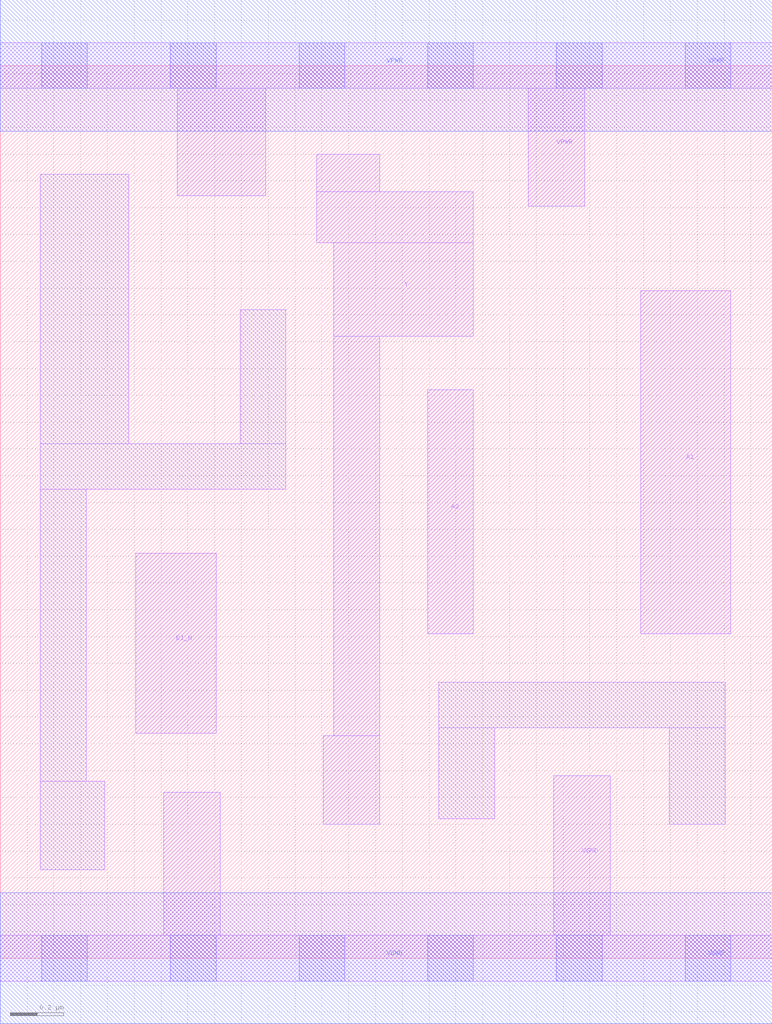
<source format=lef>
# Copyright 2020 The SkyWater PDK Authors
#
# Licensed under the Apache License, Version 2.0 (the "License");
# you may not use this file except in compliance with the License.
# You may obtain a copy of the License at
#
#     https://www.apache.org/licenses/LICENSE-2.0
#
# Unless required by applicable law or agreed to in writing, software
# distributed under the License is distributed on an "AS IS" BASIS,
# WITHOUT WARRANTIES OR CONDITIONS OF ANY KIND, either express or implied.
# See the License for the specific language governing permissions and
# limitations under the License.
#
# SPDX-License-Identifier: Apache-2.0

VERSION 5.7 ;
  NAMESCASESENSITIVE ON ;
  NOWIREEXTENSIONATPIN ON ;
  DIVIDERCHAR "/" ;
  BUSBITCHARS "[]" ;
UNITS
  DATABASE MICRONS 200 ;
END UNITS
MACRO sky130_fd_sc_lp__o21bai_m
  CLASS CORE ;
  SOURCE USER ;
  FOREIGN sky130_fd_sc_lp__o21bai_m ;
  ORIGIN  0.000000  0.000000 ;
  SIZE  2.880000 BY  3.330000 ;
  SYMMETRY X Y R90 ;
  SITE unit ;
  PIN A1
    ANTENNAGATEAREA  0.126000 ;
    DIRECTION INPUT ;
    USE SIGNAL ;
    PORT
      LAYER li1 ;
        RECT 2.390000 1.210000 2.725000 2.490000 ;
    END
  END A1
  PIN A2
    ANTENNAGATEAREA  0.126000 ;
    DIRECTION INPUT ;
    USE SIGNAL ;
    PORT
      LAYER li1 ;
        RECT 1.595000 1.210000 1.765000 2.120000 ;
    END
  END A2
  PIN B1_N
    ANTENNAGATEAREA  0.126000 ;
    DIRECTION INPUT ;
    USE SIGNAL ;
    PORT
      LAYER li1 ;
        RECT 0.505000 0.840000 0.805000 1.510000 ;
    END
  END B1_N
  PIN Y
    ANTENNADIFFAREA  0.228900 ;
    DIRECTION OUTPUT ;
    USE SIGNAL ;
    PORT
      LAYER li1 ;
        RECT 1.180000 2.670000 1.765000 2.860000 ;
        RECT 1.180000 2.860000 1.415000 3.000000 ;
        RECT 1.205000 0.500000 1.415000 0.830000 ;
        RECT 1.245000 0.830000 1.415000 2.320000 ;
        RECT 1.245000 2.320000 1.765000 2.670000 ;
    END
  END Y
  PIN VGND
    DIRECTION INOUT ;
    USE GROUND ;
    PORT
      LAYER li1 ;
        RECT 0.000000 -0.085000 2.880000 0.085000 ;
        RECT 0.610000  0.085000 0.820000 0.620000 ;
        RECT 2.065000  0.085000 2.275000 0.680000 ;
      LAYER mcon ;
        RECT 0.155000 -0.085000 0.325000 0.085000 ;
        RECT 0.635000 -0.085000 0.805000 0.085000 ;
        RECT 1.115000 -0.085000 1.285000 0.085000 ;
        RECT 1.595000 -0.085000 1.765000 0.085000 ;
        RECT 2.075000 -0.085000 2.245000 0.085000 ;
        RECT 2.555000 -0.085000 2.725000 0.085000 ;
      LAYER met1 ;
        RECT 0.000000 -0.245000 2.880000 0.245000 ;
    END
  END VGND
  PIN VPWR
    DIRECTION INOUT ;
    USE POWER ;
    PORT
      LAYER li1 ;
        RECT 0.000000 3.245000 2.880000 3.415000 ;
        RECT 0.660000 2.845000 0.990000 3.245000 ;
        RECT 1.970000 2.805000 2.180000 3.245000 ;
      LAYER mcon ;
        RECT 0.155000 3.245000 0.325000 3.415000 ;
        RECT 0.635000 3.245000 0.805000 3.415000 ;
        RECT 1.115000 3.245000 1.285000 3.415000 ;
        RECT 1.595000 3.245000 1.765000 3.415000 ;
        RECT 2.075000 3.245000 2.245000 3.415000 ;
        RECT 2.555000 3.245000 2.725000 3.415000 ;
      LAYER met1 ;
        RECT 0.000000 3.085000 2.880000 3.575000 ;
    END
  END VPWR
  OBS
    LAYER li1 ;
      RECT 0.150000 0.330000 0.390000 0.660000 ;
      RECT 0.150000 0.660000 0.320000 1.750000 ;
      RECT 0.150000 1.750000 1.065000 1.920000 ;
      RECT 0.150000 1.920000 0.480000 2.925000 ;
      RECT 0.895000 1.920000 1.065000 2.420000 ;
      RECT 1.635000 0.520000 1.845000 0.860000 ;
      RECT 1.635000 0.860000 2.705000 1.030000 ;
      RECT 2.495000 0.500000 2.705000 0.860000 ;
  END
END sky130_fd_sc_lp__o21bai_m

</source>
